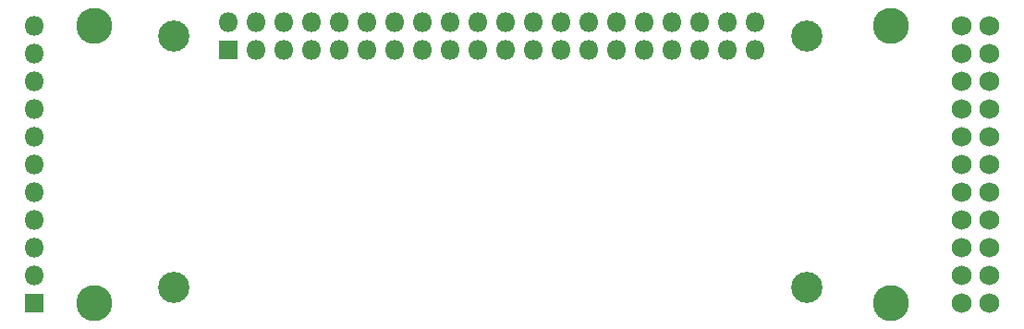
<source format=gbr>
G04 #@! TF.GenerationSoftware,KiCad,Pcbnew,(5.1.5)-3*
G04 #@! TF.CreationDate,2020-09-14T20:00:25-05:00*
G04 #@! TF.ProjectId,computer_board,636f6d70-7574-4657-925f-626f6172642e,4.1*
G04 #@! TF.SameCoordinates,Original*
G04 #@! TF.FileFunction,Soldermask,Top*
G04 #@! TF.FilePolarity,Negative*
%FSLAX46Y46*%
G04 Gerber Fmt 4.6, Leading zero omitted, Abs format (unit mm)*
G04 Created by KiCad (PCBNEW (5.1.5)-3) date 2020-09-14 20:00:25*
%MOMM*%
%LPD*%
G04 APERTURE LIST*
%ADD10C,0.100000*%
%ADD11C,1.741600*%
%ADD12C,2.851600*%
%ADD13R,1.801600X1.801600*%
%ADD14O,1.801600X1.801600*%
%ADD15C,3.301600*%
G04 APERTURE END LIST*
D10*
X181338000Y-85090000D02*
G75*
G03X181338000Y-85090000I-871000J0D01*
G01*
X183878000Y-85090000D02*
G75*
G03X183878000Y-85090000I-871000J0D01*
G01*
X181338000Y-82550000D02*
G75*
G03X181338000Y-82550000I-871000J0D01*
G01*
X183878000Y-82550000D02*
G75*
G03X183878000Y-82550000I-871000J0D01*
G01*
X181338000Y-80010000D02*
G75*
G03X181338000Y-80010000I-871000J0D01*
G01*
X183878000Y-80010000D02*
G75*
G03X183878000Y-80010000I-871000J0D01*
G01*
X181338000Y-77470000D02*
G75*
G03X181338000Y-77470000I-871000J0D01*
G01*
X183878000Y-77470000D02*
G75*
G03X183878000Y-77470000I-871000J0D01*
G01*
X181338000Y-74930000D02*
G75*
G03X181338000Y-74930000I-871000J0D01*
G01*
X183878000Y-74930000D02*
G75*
G03X183878000Y-74930000I-871000J0D01*
G01*
X181338000Y-72390000D02*
G75*
G03X181338000Y-72390000I-871000J0D01*
G01*
X183878000Y-72390000D02*
G75*
G03X183878000Y-72390000I-871000J0D01*
G01*
X181338000Y-69850000D02*
G75*
G03X181338000Y-69850000I-871000J0D01*
G01*
X183878000Y-69850000D02*
G75*
G03X183878000Y-69850000I-871000J0D01*
G01*
X181338000Y-67310000D02*
G75*
G03X181338000Y-67310000I-871000J0D01*
G01*
X183878000Y-67310000D02*
G75*
G03X183878000Y-67310000I-871000J0D01*
G01*
X181338000Y-64770000D02*
G75*
G03X181338000Y-64770000I-871000J0D01*
G01*
X183878000Y-64770000D02*
G75*
G03X183878000Y-64770000I-871000J0D01*
G01*
X181338000Y-62230000D02*
G75*
G03X181338000Y-62230000I-871000J0D01*
G01*
X183878000Y-62230000D02*
G75*
G03X183878000Y-62230000I-871000J0D01*
G01*
X181338000Y-59690000D02*
G75*
G03X181338000Y-59690000I-871000J0D01*
G01*
X183878000Y-59690000D02*
G75*
G03X183878000Y-59690000I-871000J0D01*
G01*
D11*
X180467000Y-85090000D03*
X183007000Y-85090000D03*
X180467000Y-82550000D03*
X183007000Y-82550000D03*
X180467000Y-80010000D03*
X183007000Y-80010000D03*
X180467000Y-77470000D03*
X183007000Y-77470000D03*
X180467000Y-74930000D03*
X183007000Y-74930000D03*
X180467000Y-72390000D03*
X183007000Y-72390000D03*
X180467000Y-69850000D03*
X183007000Y-69850000D03*
X180467000Y-67310000D03*
X183007000Y-67310000D03*
X180467000Y-64770000D03*
X183007000Y-64770000D03*
X180467000Y-62230000D03*
X183007000Y-62230000D03*
X180467000Y-59690000D03*
X183007000Y-59690000D03*
D12*
X108275000Y-83650000D03*
X166275000Y-60650000D03*
X166275000Y-83650000D03*
X108275000Y-60650000D03*
D13*
X113277600Y-61878800D03*
D14*
X113277600Y-59338800D03*
X115817600Y-61878800D03*
X115817600Y-59338800D03*
X118357600Y-61878800D03*
X118357600Y-59338800D03*
X120897600Y-61878800D03*
X120897600Y-59338800D03*
X123437600Y-61878800D03*
X123437600Y-59338800D03*
X125977600Y-61878800D03*
X125977600Y-59338800D03*
X128517600Y-61878800D03*
X128517600Y-59338800D03*
X131057600Y-61878800D03*
X131057600Y-59338800D03*
X133597600Y-61878800D03*
X133597600Y-59338800D03*
X136137600Y-61878800D03*
X136137600Y-59338800D03*
X138677600Y-61878800D03*
X138677600Y-59338800D03*
X141217600Y-61878800D03*
X141217600Y-59338800D03*
X143757600Y-61878800D03*
X143757600Y-59338800D03*
X146297600Y-61878800D03*
X146297600Y-59338800D03*
X148837600Y-61878800D03*
X148837600Y-59338800D03*
X151377600Y-61878800D03*
X151377600Y-59338800D03*
X153917600Y-61878800D03*
X153917600Y-59338800D03*
X156457600Y-61878800D03*
X156457600Y-59338800D03*
X158997600Y-61878800D03*
X158997600Y-59338800D03*
X161537600Y-61878800D03*
X161537600Y-59338800D03*
D15*
X100965000Y-59690000D03*
X173990000Y-59690000D03*
X100965000Y-85090000D03*
X173990000Y-85090000D03*
D14*
X95504000Y-59690000D03*
X95504000Y-62230000D03*
X95504000Y-64770000D03*
X95504000Y-67310000D03*
X95504000Y-69850000D03*
X95504000Y-72390000D03*
X95504000Y-74930000D03*
X95504000Y-77470000D03*
X95504000Y-80010000D03*
X95504000Y-82550000D03*
D13*
X95504000Y-85090000D03*
M02*

</source>
